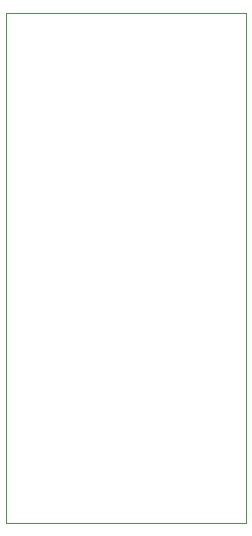
<source format=gm1>
G04 #@! TF.GenerationSoftware,KiCad,Pcbnew,(5.1.4)-1*
G04 #@! TF.CreationDate,2021-04-18T09:35:50+09:00*
G04 #@! TF.ProjectId,audio-board-wm8731,61756469-6f2d-4626-9f61-72642d776d38,rev?*
G04 #@! TF.SameCoordinates,Original*
G04 #@! TF.FileFunction,Profile,NP*
%FSLAX46Y46*%
G04 Gerber Fmt 4.6, Leading zero omitted, Abs format (unit mm)*
G04 Created by KiCad (PCBNEW (5.1.4)-1) date 2021-04-18 09:35:50*
%MOMM*%
%LPD*%
G04 APERTURE LIST*
%ADD10C,0.050000*%
G04 APERTURE END LIST*
D10*
X71120000Y-40640000D02*
X71120000Y-50800000D01*
X50800000Y-40640000D02*
X71120000Y-40640000D01*
X50800000Y-50800000D02*
X50800000Y-40640000D01*
X71120000Y-83820000D02*
X68580000Y-83820000D01*
X71120000Y-50800000D02*
X71120000Y-83820000D01*
X50800000Y-83820000D02*
X50800000Y-50800000D01*
X68580000Y-83820000D02*
X50800000Y-83820000D01*
M02*

</source>
